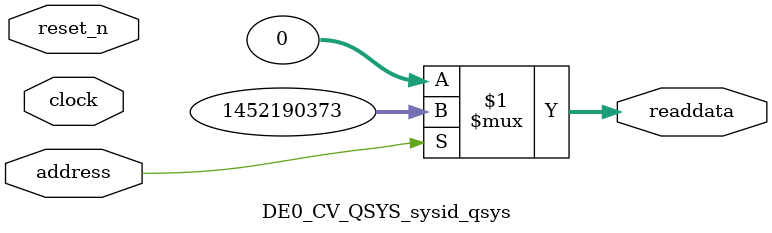
<source format=v>



// synthesis translate_off
`timescale 1ns / 1ps
// synthesis translate_on

// turn off superfluous verilog processor warnings 
// altera message_level Level1 
// altera message_off 10034 10035 10036 10037 10230 10240 10030 

module DE0_CV_QSYS_sysid_qsys (
               // inputs:
                address,
                clock,
                reset_n,

               // outputs:
                readdata
             )
;

  output  [ 31: 0] readdata;
  input            address;
  input            clock;
  input            reset_n;

  wire    [ 31: 0] readdata;
  //control_slave, which is an e_avalon_slave
  assign readdata = address ? 1452190373 : 0;

endmodule




</source>
